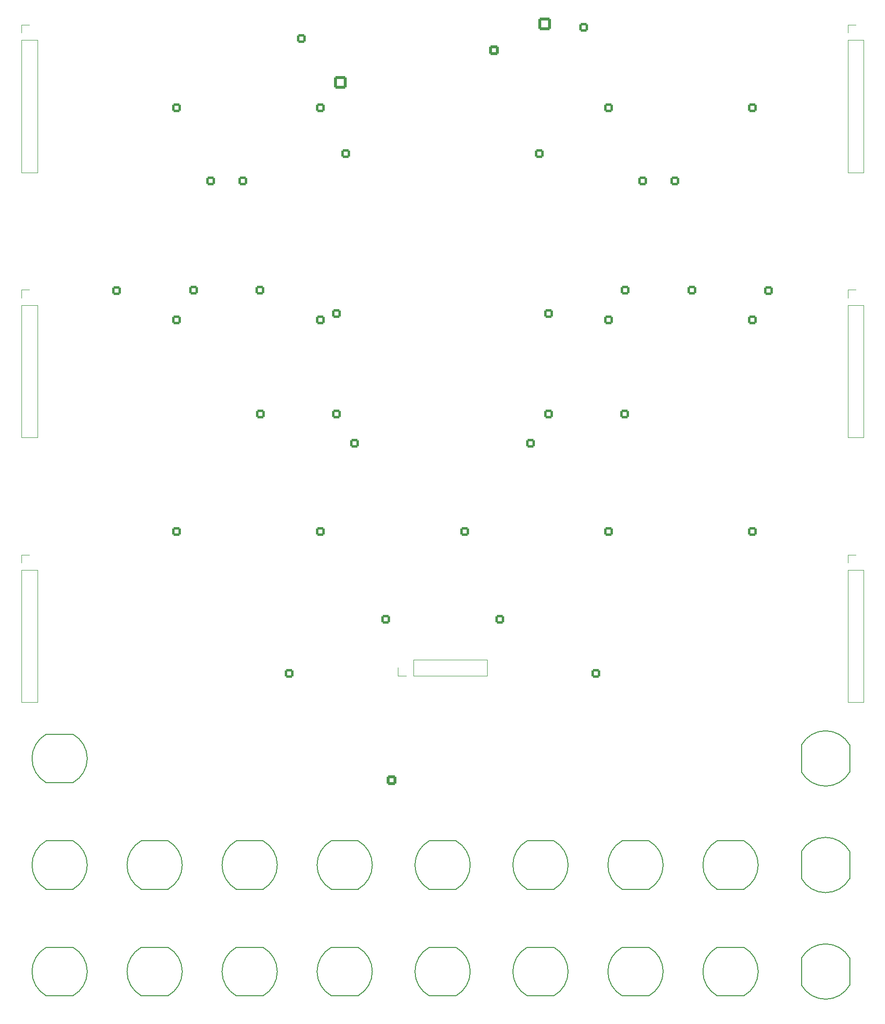
<source format=gto>
%TF.GenerationSoftware,KiCad,Pcbnew,9.0.4*%
%TF.CreationDate,2025-10-03T19:29:25+02:00*%
%TF.ProjectId,DMH_VCEG_PCB_1,444d485f-5643-4454-975f-5043425f312e,1*%
%TF.SameCoordinates,Original*%
%TF.FileFunction,Legend,Top*%
%TF.FilePolarity,Positive*%
%FSLAX46Y46*%
G04 Gerber Fmt 4.6, Leading zero omitted, Abs format (unit mm)*
G04 Created by KiCad (PCBNEW 9.0.4) date 2025-10-03 19:29:25*
%MOMM*%
%LPD*%
G01*
G04 APERTURE LIST*
G04 Aperture macros list*
%AMRoundRect*
0 Rectangle with rounded corners*
0 $1 Rounding radius*
0 $2 $3 $4 $5 $6 $7 $8 $9 X,Y pos of 4 corners*
0 Add a 4 corners polygon primitive as box body*
4,1,4,$2,$3,$4,$5,$6,$7,$8,$9,$2,$3,0*
0 Add four circle primitives for the rounded corners*
1,1,$1+$1,$2,$3*
1,1,$1+$1,$4,$5*
1,1,$1+$1,$6,$7*
1,1,$1+$1,$8,$9*
0 Add four rect primitives between the rounded corners*
20,1,$1+$1,$2,$3,$4,$5,0*
20,1,$1+$1,$4,$5,$6,$7,0*
20,1,$1+$1,$6,$7,$8,$9,0*
20,1,$1+$1,$8,$9,$2,$3,0*%
%AMHorizOval*
0 Thick line with rounded ends*
0 $1 width*
0 $2 $3 position (X,Y) of the first rounded end (center of the circle)*
0 $4 $5 position (X,Y) of the second rounded end (center of the circle)*
0 Add line between two ends*
20,1,$1,$2,$3,$4,$5,0*
0 Add two circle primitives to create the rounded ends*
1,1,$1,$2,$3*
1,1,$1,$4,$5*%
G04 Aperture macros list end*
%ADD10C,0.150000*%
%ADD11C,0.120000*%
%ADD12HorizOval,1.712000X-0.533159X-0.533159X0.533159X0.533159X0*%
%ADD13O,1.712000X3.220000*%
%ADD14O,3.220000X1.712000*%
%ADD15R,1.700000X1.700000*%
%ADD16C,1.700000*%
%ADD17HorizOval,1.712000X-0.533159X0.533159X0.533159X-0.533159X0*%
%ADD18C,1.600000*%
%ADD19C,1.440000*%
%ADD20RoundRect,0.250000X0.550000X0.550000X-0.550000X0.550000X-0.550000X-0.550000X0.550000X-0.550000X0*%
%ADD21R,1.050000X1.500000*%
%ADD22O,1.050000X1.500000*%
%ADD23RoundRect,0.250000X0.550000X-0.550000X0.550000X0.550000X-0.550000X0.550000X-0.550000X-0.550000X0*%
%ADD24RoundRect,0.250000X-0.550000X0.550000X-0.550000X-0.550000X0.550000X-0.550000X0.550000X0.550000X0*%
%ADD25RoundRect,0.249999X-0.850001X0.850001X-0.850001X-0.850001X0.850001X-0.850001X0.850001X0.850001X0*%
%ADD26C,2.200000*%
%ADD27R,1.500000X1.500000*%
%ADD28C,1.500000*%
%ADD29RoundRect,0.250000X-0.600000X0.600000X-0.600000X-0.600000X0.600000X-0.600000X0.600000X0.600000X0*%
%ADD30RoundRect,0.250000X0.600000X-0.600000X0.600000X0.600000X-0.600000X0.600000X-0.600000X-0.600000X0*%
%ADD31RoundRect,0.249999X0.850001X-0.850001X0.850001X0.850001X-0.850001X0.850001X-0.850001X-0.850001X0*%
%ADD32RoundRect,0.250000X-0.550000X-0.550000X0.550000X-0.550000X0.550000X0.550000X-0.550000X0.550000X0*%
G04 APERTURE END LIST*
D10*
%TO.C,J19*%
X150000000Y-204550000D02*
X147650000Y-204550000D01*
X150000000Y-204550000D02*
X152350000Y-204550000D01*
X150000000Y-212950000D02*
X147650000Y-212950000D01*
X150000000Y-212950000D02*
X152350000Y-212950000D01*
X145200000Y-208750000D02*
G75*
G02*
X147656222Y-204561121I4800000J0D01*
G01*
X147656222Y-212938879D02*
G75*
G02*
X145200000Y-208750000I2343778J4188879D01*
G01*
X152343778Y-204561121D02*
G75*
G02*
X154800000Y-208750000I-2343781J-4188881D01*
G01*
X154800000Y-208750000D02*
G75*
G02*
X152343778Y-212938879I-4800003J2D01*
G01*
%TO.C,J14*%
X117000000Y-186050000D02*
X114650000Y-186050000D01*
X117000000Y-186050000D02*
X119350000Y-186050000D01*
X117000000Y-194450000D02*
X114650000Y-194450000D01*
X117000000Y-194450000D02*
X119350000Y-194450000D01*
X112200000Y-190250000D02*
G75*
G02*
X114656222Y-186061121I4800000J0D01*
G01*
X114656222Y-194438879D02*
G75*
G02*
X112200000Y-190250000I2343778J4188879D01*
G01*
X119343778Y-186061121D02*
G75*
G02*
X121800000Y-190250000I-2343781J-4188881D01*
G01*
X121800000Y-190250000D02*
G75*
G02*
X119343778Y-194438879I-4800003J2D01*
G01*
D11*
%TO.C,J24*%
X92270000Y-157380000D02*
X92270000Y-156000000D01*
X93650000Y-157380000D02*
X92270000Y-157380000D01*
X94920000Y-154620000D02*
X107730000Y-154620000D01*
X94920000Y-157380000D02*
X94920000Y-154620000D01*
X94920000Y-157380000D02*
X107730000Y-157380000D01*
X107730000Y-157380000D02*
X107730000Y-154620000D01*
D10*
%TO.C,J3*%
X66500000Y-186050000D02*
X64150000Y-186050000D01*
X66500000Y-186050000D02*
X68850000Y-186050000D01*
X66500000Y-194450000D02*
X64150000Y-194450000D01*
X66500000Y-194450000D02*
X68850000Y-194450000D01*
X61700000Y-190250000D02*
G75*
G02*
X64156222Y-186061121I4800000J0D01*
G01*
X64156222Y-194438879D02*
G75*
G02*
X61700000Y-190250000I2343778J4188879D01*
G01*
X68843778Y-186061121D02*
G75*
G02*
X71300000Y-190250000I-2343781J-4188881D01*
G01*
X71300000Y-190250000D02*
G75*
G02*
X68843778Y-194438879I-4800003J2D01*
G01*
%TO.C,J1*%
X33500000Y-186050000D02*
X31150000Y-186050000D01*
X33500000Y-186050000D02*
X35850000Y-186050000D01*
X33500000Y-194450000D02*
X31150000Y-194450000D01*
X33500000Y-194450000D02*
X35850000Y-194450000D01*
X28700000Y-190250000D02*
G75*
G02*
X31156222Y-186061121I4800000J0D01*
G01*
X31156222Y-194438879D02*
G75*
G02*
X28700000Y-190250000I2343778J4188879D01*
G01*
X35843778Y-186061121D02*
G75*
G02*
X38300000Y-190250000I-2343781J-4188881D01*
G01*
X38300000Y-190250000D02*
G75*
G02*
X35843778Y-194438879I-4800003J2D01*
G01*
%TO.C,J5*%
X83000000Y-204550000D02*
X80650000Y-204550000D01*
X83000000Y-204550000D02*
X85350000Y-204550000D01*
X83000000Y-212950000D02*
X80650000Y-212950000D01*
X83000000Y-212950000D02*
X85350000Y-212950000D01*
X78200000Y-208750000D02*
G75*
G02*
X80656222Y-204561121I4800000J0D01*
G01*
X80656222Y-212938879D02*
G75*
G02*
X78200000Y-208750000I2343778J4188879D01*
G01*
X85343778Y-204561121D02*
G75*
G02*
X87800000Y-208750000I-2343781J-4188881D01*
G01*
X87800000Y-208750000D02*
G75*
G02*
X85343778Y-212938879I-4800003J2D01*
G01*
%TO.C,J20*%
X162300000Y-208750000D02*
X162300000Y-206400000D01*
X162300000Y-208750000D02*
X162300000Y-211100000D01*
X170700000Y-208750000D02*
X170700000Y-206400000D01*
X170700000Y-208750000D02*
X170700000Y-211100000D01*
X162311121Y-206406222D02*
G75*
G02*
X166500000Y-203950000I4188881J-2343781D01*
G01*
X166500000Y-203950000D02*
G75*
G02*
X170688879Y-206406222I-2J-4800003D01*
G01*
X166500000Y-213550000D02*
G75*
G02*
X162311121Y-211093778I0J4800000D01*
G01*
X170688879Y-211093778D02*
G75*
G02*
X166500000Y-213550000I-4188879J2343778D01*
G01*
%TO.C,J4*%
X83000000Y-186050000D02*
X80650000Y-186050000D01*
X83000000Y-186050000D02*
X85350000Y-186050000D01*
X83000000Y-194450000D02*
X80650000Y-194450000D01*
X83000000Y-194450000D02*
X85350000Y-194450000D01*
X78200000Y-190250000D02*
G75*
G02*
X80656222Y-186061121I4800000J0D01*
G01*
X80656222Y-194438879D02*
G75*
G02*
X78200000Y-190250000I2343778J4188879D01*
G01*
X85343778Y-186061121D02*
G75*
G02*
X87800000Y-190250000I-2343781J-4188881D01*
G01*
X87800000Y-190250000D02*
G75*
G02*
X85343778Y-194438879I-4800003J2D01*
G01*
%TO.C,J18*%
X133500000Y-204550000D02*
X131150000Y-204550000D01*
X133500000Y-204550000D02*
X135850000Y-204550000D01*
X133500000Y-212950000D02*
X131150000Y-212950000D01*
X133500000Y-212950000D02*
X135850000Y-212950000D01*
X128700000Y-208750000D02*
G75*
G02*
X131156222Y-204561121I4800000J0D01*
G01*
X131156222Y-212938879D02*
G75*
G02*
X128700000Y-208750000I2343778J4188879D01*
G01*
X135843778Y-204561121D02*
G75*
G02*
X138300000Y-208750000I-2343781J-4188881D01*
G01*
X138300000Y-208750000D02*
G75*
G02*
X135843778Y-212938879I-4800003J2D01*
G01*
D11*
%TO.C,J21*%
X26870000Y-44370000D02*
X28250000Y-44370000D01*
X26870000Y-45750000D02*
X26870000Y-44370000D01*
X26870000Y-47020000D02*
X26870000Y-69990000D01*
X26870000Y-47020000D02*
X29630000Y-47020000D01*
X26870000Y-69990000D02*
X29630000Y-69990000D01*
X29630000Y-47020000D02*
X29630000Y-69990000D01*
D10*
%TO.C,J7*%
X100000000Y-186050000D02*
X97650000Y-186050000D01*
X100000000Y-186050000D02*
X102350000Y-186050000D01*
X100000000Y-194450000D02*
X97650000Y-194450000D01*
X100000000Y-194450000D02*
X102350000Y-194450000D01*
X95200000Y-190250000D02*
G75*
G02*
X97656222Y-186061121I4800000J0D01*
G01*
X97656222Y-194438879D02*
G75*
G02*
X95200000Y-190250000I2343778J4188879D01*
G01*
X102343778Y-186061121D02*
G75*
G02*
X104800000Y-190250000I-2343781J-4188881D01*
G01*
X104800000Y-190250000D02*
G75*
G02*
X102343778Y-194438879I-4800003J2D01*
G01*
%TO.C,J8*%
X66500000Y-204550000D02*
X64150000Y-204550000D01*
X66500000Y-204550000D02*
X68850000Y-204550000D01*
X66500000Y-212950000D02*
X64150000Y-212950000D01*
X66500000Y-212950000D02*
X68850000Y-212950000D01*
X61700000Y-208750000D02*
G75*
G02*
X64156222Y-204561121I4800000J0D01*
G01*
X64156222Y-212938879D02*
G75*
G02*
X61700000Y-208750000I2343778J4188879D01*
G01*
X68843778Y-204561121D02*
G75*
G02*
X71300000Y-208750000I-2343781J-4188881D01*
G01*
X71300000Y-208750000D02*
G75*
G02*
X68843778Y-212938879I-4800003J2D01*
G01*
D11*
%TO.C,J27*%
X170370000Y-136370000D02*
X171750000Y-136370000D01*
X170370000Y-137750000D02*
X170370000Y-136370000D01*
X170370000Y-139020000D02*
X170370000Y-161990000D01*
X170370000Y-139020000D02*
X173130000Y-139020000D01*
X170370000Y-161990000D02*
X173130000Y-161990000D01*
X173130000Y-139020000D02*
X173130000Y-161990000D01*
%TO.C,J23*%
X26870000Y-136370000D02*
X28250000Y-136370000D01*
X26870000Y-137750000D02*
X26870000Y-136370000D01*
X26870000Y-139020000D02*
X26870000Y-161990000D01*
X26870000Y-139020000D02*
X29630000Y-139020000D01*
X26870000Y-161990000D02*
X29630000Y-161990000D01*
X29630000Y-139020000D02*
X29630000Y-161990000D01*
D10*
%TO.C,J10*%
X33500000Y-204550000D02*
X31150000Y-204550000D01*
X33500000Y-204550000D02*
X35850000Y-204550000D01*
X33500000Y-212950000D02*
X31150000Y-212950000D01*
X33500000Y-212950000D02*
X35850000Y-212950000D01*
X28700000Y-208750000D02*
G75*
G02*
X31156222Y-204561121I4800000J0D01*
G01*
X31156222Y-212938879D02*
G75*
G02*
X28700000Y-208750000I2343778J4188879D01*
G01*
X35843778Y-204561121D02*
G75*
G02*
X38300000Y-208750000I-2343781J-4188881D01*
G01*
X38300000Y-208750000D02*
G75*
G02*
X35843778Y-212938879I-4800003J2D01*
G01*
%TO.C,J13*%
X133500000Y-186050000D02*
X131150000Y-186050000D01*
X133500000Y-186050000D02*
X135850000Y-186050000D01*
X133500000Y-194450000D02*
X131150000Y-194450000D01*
X133500000Y-194450000D02*
X135850000Y-194450000D01*
X128700000Y-190250000D02*
G75*
G02*
X131156222Y-186061121I4800000J0D01*
G01*
X131156222Y-194438879D02*
G75*
G02*
X128700000Y-190250000I2343778J4188879D01*
G01*
X135843778Y-186061121D02*
G75*
G02*
X138300000Y-190250000I-2343781J-4188881D01*
G01*
X138300000Y-190250000D02*
G75*
G02*
X135843778Y-194438879I-4800003J2D01*
G01*
D11*
%TO.C,J26*%
X170370000Y-90370000D02*
X171750000Y-90370000D01*
X170370000Y-91750000D02*
X170370000Y-90370000D01*
X170370000Y-93020000D02*
X170370000Y-115990000D01*
X170370000Y-93020000D02*
X173130000Y-93020000D01*
X170370000Y-115990000D02*
X173130000Y-115990000D01*
X173130000Y-93020000D02*
X173130000Y-115990000D01*
D10*
%TO.C,J6*%
X33500000Y-167550000D02*
X31150000Y-167550000D01*
X33500000Y-167550000D02*
X35850000Y-167550000D01*
X33500000Y-175950000D02*
X31150000Y-175950000D01*
X33500000Y-175950000D02*
X35850000Y-175950000D01*
X28700000Y-171750000D02*
G75*
G02*
X31156222Y-167561121I4800000J0D01*
G01*
X31156222Y-175938879D02*
G75*
G02*
X28700000Y-171750000I2343778J4188879D01*
G01*
X35843778Y-167561121D02*
G75*
G02*
X38300000Y-171750000I-2343781J-4188881D01*
G01*
X38300000Y-171750000D02*
G75*
G02*
X35843778Y-175938879I-4800003J2D01*
G01*
D11*
%TO.C,J22*%
X26870000Y-90370000D02*
X28250000Y-90370000D01*
X26870000Y-91750000D02*
X26870000Y-90370000D01*
X26870000Y-93020000D02*
X26870000Y-115990000D01*
X26870000Y-93020000D02*
X29630000Y-93020000D01*
X26870000Y-115990000D02*
X29630000Y-115990000D01*
X29630000Y-93020000D02*
X29630000Y-115990000D01*
D10*
%TO.C,J12*%
X150000000Y-186050000D02*
X147650000Y-186050000D01*
X150000000Y-186050000D02*
X152350000Y-186050000D01*
X150000000Y-194450000D02*
X147650000Y-194450000D01*
X150000000Y-194450000D02*
X152350000Y-194450000D01*
X145200000Y-190250000D02*
G75*
G02*
X147656222Y-186061121I4800000J0D01*
G01*
X147656222Y-194438879D02*
G75*
G02*
X145200000Y-190250000I2343778J4188879D01*
G01*
X152343778Y-186061121D02*
G75*
G02*
X154800000Y-190250000I-2343781J-4188881D01*
G01*
X154800000Y-190250000D02*
G75*
G02*
X152343778Y-194438879I-4800003J2D01*
G01*
%TO.C,J2*%
X50000000Y-186050000D02*
X47650000Y-186050000D01*
X50000000Y-186050000D02*
X52350000Y-186050000D01*
X50000000Y-194450000D02*
X47650000Y-194450000D01*
X50000000Y-194450000D02*
X52350000Y-194450000D01*
X45200000Y-190250000D02*
G75*
G02*
X47656222Y-186061121I4800000J0D01*
G01*
X47656222Y-194438879D02*
G75*
G02*
X45200000Y-190250000I2343778J4188879D01*
G01*
X52343778Y-186061121D02*
G75*
G02*
X54800000Y-190250000I-2343781J-4188881D01*
G01*
X54800000Y-190250000D02*
G75*
G02*
X52343778Y-194438879I-4800003J2D01*
G01*
%TO.C,J16*%
X162300000Y-171750000D02*
X162300000Y-169400000D01*
X162300000Y-171750000D02*
X162300000Y-174100000D01*
X170700000Y-171750000D02*
X170700000Y-169400000D01*
X170700000Y-171750000D02*
X170700000Y-174100000D01*
X162311121Y-169406222D02*
G75*
G02*
X166500000Y-166950000I4188881J-2343781D01*
G01*
X166500000Y-166950000D02*
G75*
G02*
X170688879Y-169406222I-2J-4800003D01*
G01*
X166500000Y-176550000D02*
G75*
G02*
X162311121Y-174093778I0J4800000D01*
G01*
X170688879Y-174093778D02*
G75*
G02*
X166500000Y-176550000I-4188879J2343778D01*
G01*
D11*
%TO.C,J25*%
X170370000Y-44370000D02*
X171750000Y-44370000D01*
X170370000Y-45750000D02*
X170370000Y-44370000D01*
X170370000Y-47020000D02*
X170370000Y-69990000D01*
X170370000Y-47020000D02*
X173130000Y-47020000D01*
X170370000Y-69990000D02*
X173130000Y-69990000D01*
X173130000Y-47020000D02*
X173130000Y-69990000D01*
D10*
%TO.C,J17*%
X100000000Y-204550000D02*
X97650000Y-204550000D01*
X100000000Y-204550000D02*
X102350000Y-204550000D01*
X100000000Y-212950000D02*
X97650000Y-212950000D01*
X100000000Y-212950000D02*
X102350000Y-212950000D01*
X95200000Y-208750000D02*
G75*
G02*
X97656222Y-204561121I4800000J0D01*
G01*
X97656222Y-212938879D02*
G75*
G02*
X95200000Y-208750000I2343778J4188879D01*
G01*
X102343778Y-204561121D02*
G75*
G02*
X104800000Y-208750000I-2343781J-4188881D01*
G01*
X104800000Y-208750000D02*
G75*
G02*
X102343778Y-212938879I-4800003J2D01*
G01*
%TO.C,J11*%
X162300000Y-190250000D02*
X162300000Y-187900000D01*
X162300000Y-190250000D02*
X162300000Y-192600000D01*
X170700000Y-190250000D02*
X170700000Y-187900000D01*
X170700000Y-190250000D02*
X170700000Y-192600000D01*
X162311121Y-187906222D02*
G75*
G02*
X166500000Y-185450000I4188881J-2343781D01*
G01*
X166500000Y-185450000D02*
G75*
G02*
X170688879Y-187906222I-2J-4800003D01*
G01*
X166500000Y-195050000D02*
G75*
G02*
X162311121Y-192593778I0J4800000D01*
G01*
X170688879Y-192593778D02*
G75*
G02*
X166500000Y-195050000I-4188879J2343778D01*
G01*
%TO.C,J15*%
X117000000Y-204550000D02*
X114650000Y-204550000D01*
X117000000Y-204550000D02*
X119350000Y-204550000D01*
X117000000Y-212950000D02*
X114650000Y-212950000D01*
X117000000Y-212950000D02*
X119350000Y-212950000D01*
X112200000Y-208750000D02*
G75*
G02*
X114656222Y-204561121I4800000J0D01*
G01*
X114656222Y-212938879D02*
G75*
G02*
X112200000Y-208750000I2343778J4188879D01*
G01*
X119343778Y-204561121D02*
G75*
G02*
X121800000Y-208750000I-2343781J-4188881D01*
G01*
X121800000Y-208750000D02*
G75*
G02*
X119343778Y-212938879I-4800003J2D01*
G01*
%TO.C,J9*%
X50000000Y-204550000D02*
X47650000Y-204550000D01*
X50000000Y-204550000D02*
X52350000Y-204550000D01*
X50000000Y-212950000D02*
X47650000Y-212950000D01*
X50000000Y-212950000D02*
X52350000Y-212950000D01*
X45200000Y-208750000D02*
G75*
G02*
X47656222Y-204561121I4800000J0D01*
G01*
X47656222Y-212938879D02*
G75*
G02*
X45200000Y-208750000I2343778J4188879D01*
G01*
X52343778Y-204561121D02*
G75*
G02*
X54800000Y-208750000I-2343781J-4188881D01*
G01*
X54800000Y-208750000D02*
G75*
G02*
X52343778Y-212938879I-4800003J2D01*
G01*
%TD*%
%LPC*%
D12*
%TO.C,J19*%
X145403810Y-204153810D03*
D13*
X156500000Y-208250000D03*
D14*
X152500000Y-202250000D03*
%TD*%
D12*
%TO.C,J14*%
X112403810Y-185653810D03*
D13*
X123500000Y-189750000D03*
D14*
X119500000Y-183750000D03*
%TD*%
D15*
%TO.C,J24*%
X93650000Y-156000000D03*
D16*
X96190000Y-156000000D03*
X98730000Y-156000000D03*
X101270000Y-156000000D03*
X103810000Y-156000000D03*
X106350000Y-156000000D03*
%TD*%
D12*
%TO.C,J3*%
X61903810Y-185653810D03*
D13*
X73000000Y-189750000D03*
D14*
X69000000Y-183750000D03*
%TD*%
D12*
%TO.C,J1*%
X28903810Y-185653810D03*
D13*
X40000000Y-189750000D03*
D14*
X36000000Y-183750000D03*
%TD*%
D12*
%TO.C,J5*%
X78403810Y-204153810D03*
D13*
X89500000Y-208250000D03*
D14*
X85500000Y-202250000D03*
%TD*%
D17*
%TO.C,J20*%
X161903810Y-213346190D03*
D14*
X166000000Y-202250000D03*
D13*
X160000000Y-206250000D03*
%TD*%
D12*
%TO.C,J4*%
X78403810Y-185653810D03*
D13*
X89500000Y-189750000D03*
D14*
X85500000Y-183750000D03*
%TD*%
D12*
%TO.C,J18*%
X128903810Y-204153810D03*
D13*
X140000000Y-208250000D03*
D14*
X136000000Y-202250000D03*
%TD*%
D15*
%TO.C,J21*%
X28250000Y-45750000D03*
D16*
X28250000Y-48290000D03*
X28250000Y-50830000D03*
X28250000Y-53370000D03*
X28250000Y-55910000D03*
X28250000Y-58450000D03*
X28250000Y-60990000D03*
X28250000Y-63530000D03*
X28250000Y-66070000D03*
X28250000Y-68610000D03*
%TD*%
D12*
%TO.C,J7*%
X95403810Y-185653810D03*
D13*
X106500000Y-189750000D03*
D14*
X102500000Y-183750000D03*
%TD*%
D12*
%TO.C,J8*%
X61903810Y-204153810D03*
D13*
X73000000Y-208250000D03*
D14*
X69000000Y-202250000D03*
%TD*%
D15*
%TO.C,J27*%
X171750000Y-137750000D03*
D16*
X171750000Y-140290000D03*
X171750000Y-142830000D03*
X171750000Y-145370000D03*
X171750000Y-147910000D03*
X171750000Y-150450000D03*
X171750000Y-152990000D03*
X171750000Y-155530000D03*
X171750000Y-158070000D03*
X171750000Y-160610000D03*
%TD*%
D15*
%TO.C,J23*%
X28250000Y-137750000D03*
D16*
X28250000Y-140290000D03*
X28250000Y-142830000D03*
X28250000Y-145370000D03*
X28250000Y-147910000D03*
X28250000Y-150450000D03*
X28250000Y-152990000D03*
X28250000Y-155530000D03*
X28250000Y-158070000D03*
X28250000Y-160610000D03*
%TD*%
D12*
%TO.C,J10*%
X28903810Y-204153810D03*
D13*
X40000000Y-208250000D03*
D14*
X36000000Y-202250000D03*
%TD*%
D12*
%TO.C,J13*%
X128903810Y-185653810D03*
D13*
X140000000Y-189750000D03*
D14*
X136000000Y-183750000D03*
%TD*%
D15*
%TO.C,J26*%
X171750000Y-91750000D03*
D16*
X171750000Y-94290000D03*
X171750000Y-96830000D03*
X171750000Y-99370000D03*
X171750000Y-101910000D03*
X171750000Y-104450000D03*
X171750000Y-106990000D03*
X171750000Y-109530000D03*
X171750000Y-112070000D03*
X171750000Y-114610000D03*
%TD*%
D12*
%TO.C,J6*%
X28903810Y-167153810D03*
D13*
X40000000Y-171250000D03*
D14*
X36000000Y-165250000D03*
%TD*%
D15*
%TO.C,J22*%
X28250000Y-91750000D03*
D16*
X28250000Y-94290000D03*
X28250000Y-96830000D03*
X28250000Y-99370000D03*
X28250000Y-101910000D03*
X28250000Y-104450000D03*
X28250000Y-106990000D03*
X28250000Y-109530000D03*
X28250000Y-112070000D03*
X28250000Y-114610000D03*
%TD*%
D12*
%TO.C,J12*%
X145403810Y-185653810D03*
D13*
X156500000Y-189750000D03*
D14*
X152500000Y-183750000D03*
%TD*%
D12*
%TO.C,J2*%
X45403810Y-185653810D03*
D13*
X56500000Y-189750000D03*
D14*
X52500000Y-183750000D03*
%TD*%
D17*
%TO.C,J16*%
X161903810Y-176346190D03*
D14*
X166000000Y-165250000D03*
D13*
X160000000Y-169250000D03*
%TD*%
D15*
%TO.C,J25*%
X171750000Y-45750000D03*
D16*
X171750000Y-48290000D03*
X171750000Y-50830000D03*
X171750000Y-53370000D03*
X171750000Y-55910000D03*
X171750000Y-58450000D03*
X171750000Y-60990000D03*
X171750000Y-63530000D03*
X171750000Y-66070000D03*
X171750000Y-68610000D03*
%TD*%
D12*
%TO.C,J17*%
X95403810Y-204153810D03*
D13*
X106500000Y-208250000D03*
D14*
X102500000Y-202250000D03*
%TD*%
D17*
%TO.C,J11*%
X161903810Y-194846190D03*
D14*
X166000000Y-183750000D03*
D13*
X160000000Y-187750000D03*
%TD*%
D12*
%TO.C,J15*%
X112403810Y-204153810D03*
D13*
X123500000Y-208250000D03*
D14*
X119500000Y-202250000D03*
%TD*%
D12*
%TO.C,J9*%
X45403810Y-204153810D03*
D13*
X56500000Y-208250000D03*
D14*
X52500000Y-202250000D03*
%TD*%
D18*
%TO.C,R110*%
X119000000Y-159750000D03*
X126620000Y-159750000D03*
%TD*%
D19*
%TO.C,RV20*%
X52540000Y-155200000D03*
X50000000Y-155200000D03*
X47460000Y-155200000D03*
%TD*%
D18*
%TO.C,R143*%
X112600000Y-111910000D03*
X112600000Y-104290000D03*
%TD*%
%TO.C,R106*%
X118990000Y-171800000D03*
X126610000Y-171800000D03*
%TD*%
%TO.C,R35*%
X43100000Y-71510000D03*
X43100000Y-63890000D03*
%TD*%
%TO.C,R5*%
X81900000Y-150210000D03*
X81900000Y-142590000D03*
%TD*%
%TO.C,R131*%
X130090000Y-129300000D03*
X137710000Y-129300000D03*
%TD*%
D20*
%TO.C,U16*%
X153810000Y-95585000D03*
D18*
X153810000Y-98125000D03*
X153810000Y-100665000D03*
X153810000Y-103205000D03*
X153810000Y-105745000D03*
X153810000Y-108285000D03*
X153810000Y-110825000D03*
X146190000Y-110825000D03*
X146190000Y-108285000D03*
X146190000Y-105745000D03*
X146190000Y-103205000D03*
X146190000Y-100665000D03*
X146190000Y-98125000D03*
X146190000Y-95585000D03*
%TD*%
%TO.C,C27*%
X152500000Y-56000000D03*
X147500000Y-56000000D03*
%TD*%
%TO.C,C5*%
X72500000Y-56000000D03*
X77500000Y-56000000D03*
%TD*%
%TO.C,R39*%
X87400000Y-94490000D03*
X87400000Y-102110000D03*
%TD*%
D21*
%TO.C,Q5*%
X73730000Y-123990000D03*
D22*
X75000000Y-123990000D03*
X76270000Y-123990000D03*
%TD*%
D19*
%TO.C,RV41*%
X152540000Y-155200000D03*
X150000000Y-155200000D03*
X147460000Y-155200000D03*
%TD*%
D18*
%TO.C,R132*%
X156900000Y-71510000D03*
X156900000Y-63890000D03*
%TD*%
%TO.C,C22*%
X127500000Y-129600000D03*
X122500000Y-129600000D03*
%TD*%
%TO.C,R91*%
X59600000Y-171290000D03*
X59600000Y-178910000D03*
%TD*%
D20*
%TO.C,U11*%
X128810000Y-132385000D03*
D18*
X128810000Y-134925000D03*
X128810000Y-137465000D03*
X128810000Y-140005000D03*
X128810000Y-142545000D03*
X128810000Y-145085000D03*
X128810000Y-147625000D03*
X121190000Y-147625000D03*
X121190000Y-145085000D03*
X121190000Y-142545000D03*
X121190000Y-140005000D03*
X121190000Y-137465000D03*
X121190000Y-134925000D03*
X121190000Y-132385000D03*
%TD*%
%TO.C,R114*%
X106900000Y-130190000D03*
X106900000Y-137810000D03*
%TD*%
%TO.C,R25*%
X56900000Y-79110000D03*
X56900000Y-71490000D03*
%TD*%
%TO.C,R34*%
X69910000Y-129300000D03*
X62290000Y-129300000D03*
%TD*%
%TO.C,R193*%
X139000000Y-132290000D03*
X139000000Y-139910000D03*
%TD*%
%TO.C,C10*%
X47500000Y-92800000D03*
X52500000Y-92800000D03*
%TD*%
%TO.C,C68*%
X135000000Y-88100000D03*
X140000000Y-88100000D03*
%TD*%
%TO.C,C6*%
X72500000Y-92800000D03*
X77500000Y-92800000D03*
%TD*%
D20*
%TO.C,U1*%
X78810000Y-132385000D03*
D18*
X78810000Y-134925000D03*
X78810000Y-137465000D03*
X78810000Y-140005000D03*
X78810000Y-142545000D03*
X78810000Y-145085000D03*
X78810000Y-147625000D03*
X71190000Y-147625000D03*
X71190000Y-145085000D03*
X71190000Y-142545000D03*
X71190000Y-140005000D03*
X71190000Y-137465000D03*
X71190000Y-134925000D03*
X71190000Y-132385000D03*
%TD*%
%TO.C,C25*%
X122500000Y-92800000D03*
X127500000Y-92800000D03*
%TD*%
%TO.C,R19*%
X159900000Y-53690000D03*
X159900000Y-61310000D03*
%TD*%
%TO.C,C11*%
X52500000Y-129600000D03*
X47500000Y-129600000D03*
%TD*%
%TO.C,R14*%
X81010000Y-162750000D03*
X73390000Y-162750000D03*
%TD*%
%TO.C,R40*%
X29090000Y-117900000D03*
X36710000Y-117900000D03*
%TD*%
D21*
%TO.C,Q21*%
X123730000Y-123990000D03*
D22*
X125000000Y-123990000D03*
X126270000Y-123990000D03*
%TD*%
D21*
%TO.C,Q6*%
X73730000Y-87270000D03*
D22*
X75000000Y-87270000D03*
X76270000Y-87270000D03*
%TD*%
D23*
%TO.C,C2*%
X75500000Y-46705113D03*
D18*
X75500000Y-44705113D03*
%TD*%
%TO.C,C8*%
X52500000Y-56000000D03*
X47500000Y-56000000D03*
%TD*%
%TO.C,R41*%
X46190000Y-79500000D03*
X53810000Y-79500000D03*
%TD*%
%TO.C,R118*%
X118990000Y-165800000D03*
X126610000Y-165800000D03*
%TD*%
%TO.C,R108*%
X59600000Y-98060000D03*
X59600000Y-90440000D03*
%TD*%
%TO.C,C59*%
X128900000Y-157300000D03*
X128900000Y-162300000D03*
%TD*%
D24*
%TO.C,D33*%
X118400000Y-94490000D03*
D18*
X118400000Y-102110000D03*
%TD*%
%TO.C,C48*%
X85900000Y-134950000D03*
X85900000Y-132450000D03*
%TD*%
%TO.C,R1*%
X67600000Y-115090000D03*
X67600000Y-122710000D03*
%TD*%
D25*
%TO.C,D1*%
X117750000Y-44170000D03*
D26*
X117750000Y-54330000D03*
%TD*%
D18*
%TO.C,R45*%
X84400000Y-111910000D03*
X84400000Y-104290000D03*
%TD*%
D24*
%TO.C,D6*%
X65300000Y-71490000D03*
D18*
X65300000Y-79110000D03*
%TD*%
%TO.C,R190*%
X140590000Y-117900000D03*
X148210000Y-117900000D03*
%TD*%
%TO.C,R22*%
X53600000Y-178910000D03*
X53600000Y-171290000D03*
%TD*%
D23*
%TO.C,D3*%
X68400000Y-111910000D03*
D18*
X68400000Y-104290000D03*
%TD*%
%TO.C,C47*%
X65000000Y-69200000D03*
X60000000Y-69200000D03*
%TD*%
D24*
%TO.C,D43*%
X43400000Y-90490000D03*
D18*
X43400000Y-98110000D03*
%TD*%
D24*
%TO.C,C1*%
X124500000Y-44794888D03*
D18*
X124500000Y-46794888D03*
%TD*%
%TO.C,R42*%
X40490000Y-117900000D03*
X48110000Y-117900000D03*
%TD*%
%TO.C,R13*%
X81010000Y-159750000D03*
X73390000Y-159750000D03*
%TD*%
%TO.C,R101*%
X134900000Y-142490000D03*
X134900000Y-150110000D03*
%TD*%
%TO.C,R8*%
X64600000Y-122710000D03*
X64600000Y-115090000D03*
%TD*%
D24*
%TO.C,D14*%
X81600000Y-94490000D03*
D18*
X81600000Y-102110000D03*
%TD*%
%TO.C,R4*%
X65100000Y-142490000D03*
X65100000Y-150110000D03*
%TD*%
%TO.C,R133*%
X133000000Y-139910000D03*
X133000000Y-132290000D03*
%TD*%
%TO.C,R136*%
X112600000Y-94490000D03*
X112600000Y-102110000D03*
%TD*%
%TO.C,R116*%
X37600000Y-98110000D03*
X37600000Y-90490000D03*
%TD*%
%TO.C,C28*%
X152500000Y-76800000D03*
X147500000Y-76800000D03*
%TD*%
%TO.C,C77*%
X62500000Y-96800000D03*
X62500000Y-91800000D03*
%TD*%
%TO.C,C53*%
X40100000Y-70200000D03*
X40100000Y-65200000D03*
%TD*%
D19*
%TO.C,RV21*%
X52540000Y-162305000D03*
X50000000Y-162305000D03*
X47460000Y-162305000D03*
%TD*%
D24*
%TO.C,D26*%
X140300000Y-71500000D03*
D18*
X140300000Y-79120000D03*
%TD*%
%TO.C,R92*%
X56900000Y-142490000D03*
X56900000Y-150110000D03*
%TD*%
%TO.C,R139*%
X159410000Y-117900000D03*
X151790000Y-117900000D03*
%TD*%
%TO.C,R194*%
X136000000Y-132290000D03*
X136000000Y-139910000D03*
%TD*%
%TO.C,R97*%
X64000000Y-132290000D03*
X64000000Y-139910000D03*
%TD*%
D20*
%TO.C,U17*%
X153810000Y-132385000D03*
D18*
X153810000Y-134925000D03*
X153810000Y-137465000D03*
X153810000Y-140005000D03*
X153810000Y-142545000D03*
X153810000Y-145085000D03*
X153810000Y-147625000D03*
X146190000Y-147625000D03*
X146190000Y-145085000D03*
X146190000Y-142545000D03*
X146190000Y-140005000D03*
X146190000Y-137465000D03*
X146190000Y-134925000D03*
X146190000Y-132385000D03*
%TD*%
D23*
%TO.C,D34*%
X116800000Y-66710000D03*
D18*
X116800000Y-59090000D03*
%TD*%
%TO.C,C12*%
X52500000Y-150400000D03*
X47500000Y-150400000D03*
%TD*%
%TO.C,R36*%
X67000000Y-139910000D03*
X67000000Y-132290000D03*
%TD*%
%TO.C,R199*%
X156900000Y-61310000D03*
X156900000Y-53690000D03*
%TD*%
D19*
%TO.C,RV19*%
X58240000Y-123805000D03*
X55700000Y-123805000D03*
X53160000Y-123805000D03*
%TD*%
D18*
%TO.C,C31*%
X152500000Y-150400000D03*
X147500000Y-150400000D03*
%TD*%
D24*
%TO.C,D12*%
X68250000Y-90440000D03*
D18*
X68250000Y-98060000D03*
%TD*%
%TO.C,R16*%
X90100000Y-137810000D03*
X90100000Y-130190000D03*
%TD*%
D19*
%TO.C,RV24*%
X147460000Y-50095000D03*
X150000000Y-50095000D03*
X152540000Y-50095000D03*
%TD*%
D23*
%TO.C,D32*%
X109900000Y-147610000D03*
D18*
X109900000Y-139990000D03*
%TD*%
D24*
%TO.C,D41*%
X56800000Y-90440000D03*
D18*
X56800000Y-98060000D03*
%TD*%
%TO.C,R98*%
X132400000Y-115090000D03*
X132400000Y-122710000D03*
%TD*%
%TO.C,C58*%
X135000000Y-152400000D03*
X140000000Y-152400000D03*
%TD*%
%TO.C,R20*%
X81010000Y-168800000D03*
X73390000Y-168800000D03*
%TD*%
%TO.C,C55*%
X82000000Y-114200000D03*
X87000000Y-114200000D03*
%TD*%
%TO.C,R7*%
X59900000Y-150110000D03*
X59900000Y-142490000D03*
%TD*%
%TO.C,C42*%
X65000000Y-152400000D03*
X60000000Y-152400000D03*
%TD*%
%TO.C,R9*%
X81010000Y-171800000D03*
X73390000Y-171800000D03*
%TD*%
%TO.C,R141*%
X143100000Y-63810000D03*
X143100000Y-56190000D03*
%TD*%
D24*
%TO.C,D5*%
X84700000Y-116990000D03*
D18*
X84700000Y-124610000D03*
%TD*%
%TO.C,C72*%
X97500000Y-129600000D03*
X102500000Y-129600000D03*
%TD*%
D20*
%TO.C,U7*%
X53810000Y-132385000D03*
D18*
X53810000Y-134925000D03*
X53810000Y-137465000D03*
X53810000Y-140005000D03*
X53810000Y-142545000D03*
X53810000Y-145085000D03*
X53810000Y-147625000D03*
X46190000Y-147625000D03*
X46190000Y-145085000D03*
X46190000Y-142545000D03*
X46190000Y-140005000D03*
X46190000Y-137465000D03*
X46190000Y-134925000D03*
X46190000Y-132385000D03*
%TD*%
%TO.C,R21*%
X81010000Y-165800000D03*
X73390000Y-165800000D03*
%TD*%
%TO.C,R47*%
X86000000Y-66710000D03*
X86000000Y-59090000D03*
%TD*%
D24*
%TO.C,D44*%
X156600000Y-90490000D03*
D18*
X156600000Y-98110000D03*
%TD*%
%TO.C,C78*%
X137400000Y-96800000D03*
X137400000Y-91800000D03*
%TD*%
%TO.C,R32*%
X93100000Y-139990000D03*
X93100000Y-147610000D03*
%TD*%
%TO.C,C63*%
X135000000Y-69210000D03*
X140000000Y-69210000D03*
%TD*%
%TO.C,C46*%
X87200000Y-118300000D03*
X87200000Y-123300000D03*
%TD*%
%TO.C,R31*%
X65500000Y-90440000D03*
X65500000Y-98060000D03*
%TD*%
%TO.C,R100*%
X137500000Y-71500000D03*
X137500000Y-79120000D03*
%TD*%
%TO.C,R2*%
X58690000Y-81750000D03*
X66310000Y-81750000D03*
%TD*%
%TO.C,R120*%
X118100000Y-129890000D03*
X118100000Y-137510000D03*
%TD*%
D27*
%TO.C,Q20*%
X127000000Y-83560000D03*
D28*
X127000000Y-81020000D03*
X127000000Y-78480000D03*
%TD*%
D18*
%TO.C,C30*%
X152500000Y-129600000D03*
X147500000Y-129600000D03*
%TD*%
%TO.C,R43*%
X106900000Y-139990000D03*
X106900000Y-147610000D03*
%TD*%
%TO.C,R122*%
X143100000Y-79120000D03*
X143100000Y-71500000D03*
%TD*%
D27*
%TO.C,Q17*%
X123000000Y-115200000D03*
D28*
X123000000Y-117740000D03*
X123000000Y-120280000D03*
%TD*%
D18*
%TO.C,R188*%
X140400000Y-171290000D03*
X140400000Y-178910000D03*
%TD*%
D27*
%TO.C,Q4*%
X77000000Y-83560000D03*
D28*
X77000000Y-81020000D03*
X77000000Y-78480000D03*
%TD*%
D18*
%TO.C,R129*%
X159400000Y-90490000D03*
X159400000Y-98110000D03*
%TD*%
D20*
%TO.C,U12*%
X128810000Y-58785000D03*
D18*
X128810000Y-61325000D03*
X128810000Y-63865000D03*
X128810000Y-66405000D03*
X128810000Y-68945000D03*
X128810000Y-71485000D03*
X128810000Y-74025000D03*
X121190000Y-74025000D03*
X121190000Y-71485000D03*
X121190000Y-68945000D03*
X121190000Y-66405000D03*
X121190000Y-63865000D03*
X121190000Y-61325000D03*
X121190000Y-58785000D03*
%TD*%
%TO.C,C44*%
X85900000Y-141150000D03*
X85900000Y-138650000D03*
%TD*%
%TO.C,R95*%
X56600000Y-171290000D03*
X56600000Y-178910000D03*
%TD*%
D29*
%TO.C,J200*%
X91110000Y-175497500D03*
D16*
X93650000Y-175497500D03*
X96190000Y-175497500D03*
X98730000Y-175497500D03*
X101270000Y-175497500D03*
X103810000Y-175497500D03*
X106350000Y-175497500D03*
X108890000Y-175497500D03*
X91110000Y-178037500D03*
X93650000Y-178037500D03*
X96190000Y-178037500D03*
X98730000Y-178037500D03*
X101270000Y-178037500D03*
X103810000Y-178037500D03*
X106350000Y-178037500D03*
X108890000Y-178037500D03*
%TD*%
D18*
%TO.C,R117*%
X118990000Y-168800000D03*
X126610000Y-168800000D03*
%TD*%
D30*
%TO.C,J100*%
X108890000Y-48752500D03*
D16*
X108890000Y-46212500D03*
X106350000Y-48752500D03*
X106350000Y-46212500D03*
X103810000Y-48752500D03*
X103810000Y-46212500D03*
X101270000Y-48752500D03*
X101270000Y-46212500D03*
X98730000Y-48752500D03*
X98730000Y-46212500D03*
X96190000Y-48752500D03*
X96190000Y-46212500D03*
X93650000Y-48752500D03*
X93650000Y-46212500D03*
X91110000Y-48752500D03*
X91110000Y-46212500D03*
%TD*%
D18*
%TO.C,C80*%
X34900000Y-96800000D03*
X34900000Y-91800000D03*
%TD*%
D27*
%TO.C,Q18*%
X127000000Y-120290000D03*
D28*
X127000000Y-117750000D03*
X127000000Y-115210000D03*
%TD*%
D19*
%TO.C,RV40*%
X146940000Y-123805000D03*
X144400000Y-123805000D03*
X141860000Y-123805000D03*
%TD*%
D18*
%TO.C,R140*%
X162400000Y-98110000D03*
X162400000Y-90490000D03*
%TD*%
%TO.C,C69*%
X159900000Y-70200000D03*
X159900000Y-65200000D03*
%TD*%
%TO.C,R128*%
X134500000Y-90440000D03*
X134500000Y-98060000D03*
%TD*%
%TO.C,R142*%
X115600000Y-111910000D03*
X115600000Y-104290000D03*
%TD*%
%TO.C,C56*%
X165100000Y-96800000D03*
X165100000Y-91800000D03*
%TD*%
%TO.C,R137*%
X170610000Y-117900000D03*
X162990000Y-117900000D03*
%TD*%
%TO.C,C60*%
X114100000Y-141150000D03*
X114100000Y-138650000D03*
%TD*%
D27*
%TO.C,Q1*%
X73000000Y-115200000D03*
D28*
X73000000Y-117740000D03*
X73000000Y-120280000D03*
%TD*%
D23*
%TO.C,D22*%
X131600000Y-111910000D03*
D18*
X131600000Y-104290000D03*
%TD*%
%TO.C,R138*%
X146190000Y-79500000D03*
X153810000Y-79500000D03*
%TD*%
%TO.C,R123*%
X131900000Y-79110000D03*
X131900000Y-71490000D03*
%TD*%
%TO.C,C64*%
X114100000Y-134950000D03*
X114100000Y-132450000D03*
%TD*%
%TO.C,R135*%
X115600000Y-94490000D03*
X115600000Y-102110000D03*
%TD*%
%TO.C,R102*%
X118100000Y-150210000D03*
X118100000Y-142590000D03*
%TD*%
D24*
%TO.C,D42*%
X143300000Y-90440000D03*
D18*
X143300000Y-98060000D03*
%TD*%
%TO.C,R23*%
X81900000Y-129890000D03*
X81900000Y-137510000D03*
%TD*%
%TO.C,C54*%
X82000000Y-92200000D03*
X87000000Y-92200000D03*
%TD*%
D20*
%TO.C,U25*%
X103810000Y-132385000D03*
D18*
X103810000Y-134925000D03*
X103810000Y-137465000D03*
X103810000Y-140005000D03*
X103810000Y-142545000D03*
X103810000Y-145085000D03*
X103810000Y-147625000D03*
X96190000Y-147625000D03*
X96190000Y-145085000D03*
X96190000Y-142545000D03*
X96190000Y-140005000D03*
X96190000Y-137465000D03*
X96190000Y-134925000D03*
X96190000Y-132385000D03*
%TD*%
D20*
%TO.C,U13*%
X128810000Y-95585000D03*
D18*
X128810000Y-98125000D03*
X128810000Y-100665000D03*
X128810000Y-103205000D03*
X128810000Y-105745000D03*
X128810000Y-108285000D03*
X128810000Y-110825000D03*
X121190000Y-110825000D03*
X121190000Y-108285000D03*
X121190000Y-105745000D03*
X121190000Y-103205000D03*
X121190000Y-100665000D03*
X121190000Y-98125000D03*
X121190000Y-95585000D03*
%TD*%
%TO.C,C29*%
X147500000Y-92800000D03*
X152500000Y-92800000D03*
%TD*%
%TO.C,R96*%
X61000000Y-132290000D03*
X61000000Y-139910000D03*
%TD*%
%TO.C,R189*%
X143100000Y-142490000D03*
X143100000Y-150110000D03*
%TD*%
%TO.C,R191*%
X142000000Y-132290000D03*
X142000000Y-139910000D03*
%TD*%
D27*
%TO.C,Q19*%
X123000000Y-78460000D03*
D28*
X123000000Y-81000000D03*
X123000000Y-83540000D03*
%TD*%
D18*
%TO.C,R93*%
X59510000Y-117900000D03*
X51890000Y-117900000D03*
%TD*%
D19*
%TO.C,RV3*%
X47460000Y-50095000D03*
X50000000Y-50095000D03*
X52540000Y-50095000D03*
%TD*%
D18*
%TO.C,C70*%
X117800000Y-92200000D03*
X112800000Y-92200000D03*
%TD*%
%TO.C,R12*%
X81000000Y-174800000D03*
X73380000Y-174800000D03*
%TD*%
%TO.C,R99*%
X141310000Y-81700000D03*
X133690000Y-81700000D03*
%TD*%
%TO.C,R201*%
X40600000Y-90490000D03*
X40600000Y-98110000D03*
%TD*%
D23*
%TO.C,D15*%
X83200000Y-66710000D03*
D18*
X83200000Y-59090000D03*
%TD*%
D31*
%TO.C,D2*%
X82250000Y-54330000D03*
D26*
X82250000Y-44170000D03*
%TD*%
D18*
%TO.C,R3*%
X62500000Y-71500000D03*
X62500000Y-79120000D03*
%TD*%
D20*
%TO.C,U3*%
X78810000Y-95585000D03*
D18*
X78810000Y-98125000D03*
X78810000Y-100665000D03*
X78810000Y-103205000D03*
X78810000Y-105745000D03*
X78810000Y-108285000D03*
X78810000Y-110825000D03*
X71190000Y-110825000D03*
X71190000Y-108285000D03*
X71190000Y-105745000D03*
X71190000Y-103205000D03*
X71190000Y-100665000D03*
X71190000Y-98125000D03*
X71190000Y-95585000D03*
%TD*%
%TO.C,R10*%
X58690000Y-84750000D03*
X66310000Y-84750000D03*
%TD*%
%TO.C,C3*%
X77500000Y-129600000D03*
X72500000Y-129600000D03*
%TD*%
%TO.C,C52*%
X65000000Y-88100000D03*
X60000000Y-88100000D03*
%TD*%
%TO.C,R121*%
X118100000Y-116990000D03*
X118100000Y-124610000D03*
%TD*%
%TO.C,R24*%
X81900000Y-116990000D03*
X81900000Y-124610000D03*
%TD*%
%TO.C,R109*%
X118990000Y-174800000D03*
X126610000Y-174800000D03*
%TD*%
D24*
%TO.C,D25*%
X134700000Y-71500000D03*
D18*
X134700000Y-79120000D03*
%TD*%
D23*
%TO.C,D35*%
X118400000Y-111910000D03*
D18*
X118400000Y-104290000D03*
%TD*%
%TO.C,C57*%
X114100000Y-145140000D03*
X114100000Y-147640000D03*
%TD*%
D23*
%TO.C,D13*%
X90100000Y-147610000D03*
D18*
X90100000Y-139990000D03*
%TD*%
%TO.C,C4*%
X77500000Y-150400000D03*
X72500000Y-150400000D03*
%TD*%
D23*
%TO.C,D16*%
X81600000Y-111910000D03*
D18*
X81600000Y-104290000D03*
%TD*%
%TO.C,R17*%
X93100000Y-137810000D03*
X93100000Y-130190000D03*
%TD*%
%TO.C,R38*%
X84400000Y-94490000D03*
X84400000Y-102110000D03*
%TD*%
D20*
%TO.C,U6*%
X53810000Y-95585000D03*
D18*
X53810000Y-98125000D03*
X53810000Y-100665000D03*
X53810000Y-103205000D03*
X53810000Y-105745000D03*
X53810000Y-108285000D03*
X53810000Y-110825000D03*
X46190000Y-110825000D03*
X46190000Y-108285000D03*
X46190000Y-105745000D03*
X46190000Y-103205000D03*
X46190000Y-100665000D03*
X46190000Y-98125000D03*
X46190000Y-95585000D03*
%TD*%
D32*
%TO.C,D4*%
X73390000Y-156950000D03*
D18*
X81010000Y-156950000D03*
%TD*%
%TO.C,R134*%
X131900000Y-150110000D03*
X131900000Y-142490000D03*
%TD*%
D21*
%TO.C,Q22*%
X123730000Y-87270000D03*
D22*
X125000000Y-87270000D03*
X126270000Y-87270000D03*
%TD*%
D18*
%TO.C,R196*%
X40100000Y-53690000D03*
X40100000Y-61310000D03*
%TD*%
%TO.C,R44*%
X56900000Y-56190000D03*
X56900000Y-63810000D03*
%TD*%
%TO.C,R103*%
X170610000Y-129700000D03*
X162990000Y-129700000D03*
%TD*%
D24*
%TO.C,D7*%
X59700000Y-71490000D03*
D18*
X59700000Y-79110000D03*
%TD*%
%TO.C,R33*%
X62290000Y-126300000D03*
X69910000Y-126300000D03*
%TD*%
D27*
%TO.C,Q3*%
X73000000Y-78460000D03*
D28*
X73000000Y-81000000D03*
X73000000Y-83540000D03*
%TD*%
D18*
%TO.C,R119*%
X146400000Y-178910000D03*
X146400000Y-171290000D03*
%TD*%
%TO.C,C71*%
X117900000Y-114200000D03*
X112900000Y-114200000D03*
%TD*%
D27*
%TO.C,Q2*%
X77000000Y-120290000D03*
D28*
X77000000Y-117750000D03*
X77000000Y-115210000D03*
%TD*%
D24*
%TO.C,D31*%
X131700000Y-90440000D03*
D18*
X131700000Y-98060000D03*
%TD*%
D20*
%TO.C,U2*%
X78810000Y-58785000D03*
D18*
X78810000Y-61325000D03*
X78810000Y-63865000D03*
X78810000Y-66405000D03*
X78810000Y-68945000D03*
X78810000Y-71485000D03*
X78810000Y-74025000D03*
X71190000Y-74025000D03*
X71190000Y-71485000D03*
X71190000Y-68945000D03*
X71190000Y-66405000D03*
X71190000Y-63865000D03*
X71190000Y-61325000D03*
X71190000Y-58785000D03*
%TD*%
D19*
%TO.C,RV42*%
X152540000Y-162305000D03*
X150000000Y-162305000D03*
X147460000Y-162305000D03*
%TD*%
D18*
%TO.C,C9*%
X52500000Y-76800000D03*
X47500000Y-76800000D03*
%TD*%
D19*
%TO.C,RV1*%
X46840000Y-123805000D03*
X44300000Y-123805000D03*
X41760000Y-123805000D03*
%TD*%
D18*
%TO.C,R104*%
X140100000Y-150110000D03*
X140100000Y-142490000D03*
%TD*%
D19*
%TO.C,RV2*%
X35440000Y-123805000D03*
X32900000Y-123805000D03*
X30360000Y-123805000D03*
%TD*%
%TO.C,RV23*%
X169340000Y-123800000D03*
X166800000Y-123800000D03*
X164260000Y-123800000D03*
%TD*%
D18*
%TO.C,R37*%
X68100000Y-150110000D03*
X68100000Y-142490000D03*
%TD*%
%TO.C,R115*%
X140500000Y-98060000D03*
X140500000Y-90440000D03*
%TD*%
%TO.C,R144*%
X113990000Y-66710000D03*
X113990000Y-59090000D03*
%TD*%
D20*
%TO.C,U15*%
X153810000Y-58785000D03*
D18*
X153810000Y-61325000D03*
X153810000Y-63865000D03*
X153810000Y-66405000D03*
X153810000Y-68945000D03*
X153810000Y-71485000D03*
X153810000Y-74025000D03*
X146190000Y-74025000D03*
X146190000Y-71485000D03*
X146190000Y-68945000D03*
X146190000Y-66405000D03*
X146190000Y-63865000D03*
X146190000Y-61325000D03*
X146190000Y-58785000D03*
%TD*%
D24*
%TO.C,D24*%
X115300000Y-116990000D03*
D18*
X115300000Y-124610000D03*
%TD*%
%TO.C,C41*%
X85900000Y-145150000D03*
X85900000Y-147650000D03*
%TD*%
%TO.C,C24*%
X122500000Y-56000000D03*
X127500000Y-56000000D03*
%TD*%
D20*
%TO.C,D23*%
X126620000Y-156950000D03*
D18*
X119000000Y-156950000D03*
%TD*%
%TO.C,R6*%
X29190000Y-129700000D03*
X36810000Y-129700000D03*
%TD*%
%TO.C,C62*%
X112800000Y-118300000D03*
X112800000Y-123300000D03*
%TD*%
D19*
%TO.C,RV22*%
X158140000Y-123805000D03*
X155600000Y-123805000D03*
X153060000Y-123805000D03*
%TD*%
D18*
%TO.C,R113*%
X109900000Y-137810000D03*
X109900000Y-130190000D03*
%TD*%
%TO.C,R107*%
X141310000Y-84700000D03*
X133690000Y-84700000D03*
%TD*%
%TO.C,R130*%
X137710000Y-126300000D03*
X130090000Y-126300000D03*
%TD*%
%TO.C,R105*%
X135400000Y-122710000D03*
X135400000Y-115090000D03*
%TD*%
%TO.C,R192*%
X143400000Y-171290000D03*
X143400000Y-178910000D03*
%TD*%
%TO.C,R94*%
X58000000Y-132290000D03*
X58000000Y-139910000D03*
%TD*%
%TO.C,C43*%
X71100000Y-157300000D03*
X71100000Y-162300000D03*
%TD*%
%TO.C,R111*%
X119000000Y-162750000D03*
X126620000Y-162750000D03*
%TD*%
%TO.C,R195*%
X43100000Y-61310000D03*
X43100000Y-53690000D03*
%TD*%
D20*
%TO.C,U5*%
X53810000Y-58785000D03*
D18*
X53810000Y-61325000D03*
X53810000Y-63865000D03*
X53810000Y-66405000D03*
X53810000Y-68945000D03*
X53810000Y-71485000D03*
X53810000Y-74025000D03*
X46190000Y-74025000D03*
X46190000Y-71485000D03*
X46190000Y-68945000D03*
X46190000Y-66405000D03*
X46190000Y-63865000D03*
X46190000Y-61325000D03*
X46190000Y-58785000D03*
%TD*%
%TO.C,R46*%
X87400000Y-111910000D03*
X87400000Y-104290000D03*
%TD*%
%TO.C,R26*%
X68100000Y-79110000D03*
X68100000Y-71490000D03*
%TD*%
%TO.C,C23*%
X127500000Y-150400000D03*
X122500000Y-150400000D03*
%TD*%
%LPD*%
M02*

</source>
